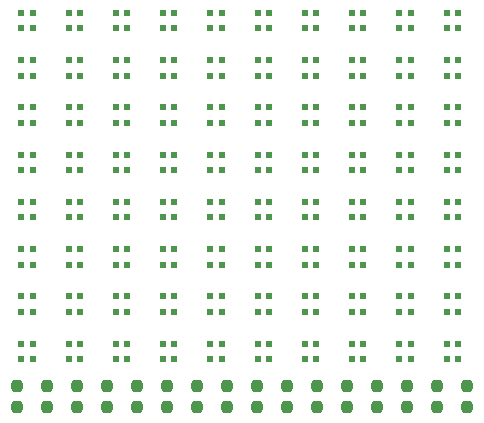
<source format=gbr>
%TF.GenerationSoftware,KiCad,Pcbnew,(6.0.10)*%
%TF.CreationDate,2023-01-20T23:09:19-08:00*%
%TF.ProjectId,pico8t,7069636f-3874-42e6-9b69-6361645f7063,rev?*%
%TF.SameCoordinates,Original*%
%TF.FileFunction,Paste,Top*%
%TF.FilePolarity,Positive*%
%FSLAX46Y46*%
G04 Gerber Fmt 4.6, Leading zero omitted, Abs format (unit mm)*
G04 Created by KiCad (PCBNEW (6.0.10)) date 2023-01-20 23:09:19*
%MOMM*%
%LPD*%
G01*
G04 APERTURE LIST*
G04 Aperture macros list*
%AMRoundRect*
0 Rectangle with rounded corners*
0 $1 Rounding radius*
0 $2 $3 $4 $5 $6 $7 $8 $9 X,Y pos of 4 corners*
0 Add a 4 corners polygon primitive as box body*
4,1,4,$2,$3,$4,$5,$6,$7,$8,$9,$2,$3,0*
0 Add four circle primitives for the rounded corners*
1,1,$1+$1,$2,$3*
1,1,$1+$1,$4,$5*
1,1,$1+$1,$6,$7*
1,1,$1+$1,$8,$9*
0 Add four rect primitives between the rounded corners*
20,1,$1+$1,$2,$3,$4,$5,0*
20,1,$1+$1,$4,$5,$6,$7,0*
20,1,$1+$1,$6,$7,$8,$9,0*
20,1,$1+$1,$8,$9,$2,$3,0*%
G04 Aperture macros list end*
%ADD10RoundRect,0.237500X-0.237500X0.250000X-0.237500X-0.250000X0.237500X-0.250000X0.237500X0.250000X0*%
%ADD11R,0.550000X0.500000*%
G04 APERTURE END LIST*
D10*
%TO.C,R7*%
X60960000Y-46077500D03*
X60960000Y-47902500D03*
%TD*%
%TO.C,R3*%
X50800000Y-46077500D03*
X50800000Y-47902500D03*
%TD*%
D11*
%TO.C,D42*%
X51535000Y-31830000D03*
X51535000Y-30530000D03*
X52485000Y-30530000D03*
X52485000Y-31830000D03*
%TD*%
%TO.C,D45*%
X63535000Y-31830000D03*
X63535000Y-30530000D03*
X64485000Y-30530000D03*
X64485000Y-31830000D03*
%TD*%
%TO.C,D51*%
X47535000Y-35830000D03*
X47535000Y-34530000D03*
X48485000Y-34530000D03*
X48485000Y-35830000D03*
%TD*%
D10*
%TO.C,R11*%
X71120000Y-46077500D03*
X71120000Y-47902500D03*
%TD*%
D11*
%TO.C,D76*%
X67535000Y-43830000D03*
X67535000Y-42530000D03*
X68485000Y-42530000D03*
X68485000Y-43830000D03*
%TD*%
%TO.C,D73*%
X55535000Y-43830000D03*
X55535000Y-42530000D03*
X56485000Y-42530000D03*
X56485000Y-43830000D03*
%TD*%
%TO.C,D61*%
X47535000Y-39830000D03*
X47535000Y-38530000D03*
X48485000Y-38530000D03*
X48485000Y-39830000D03*
%TD*%
%TO.C,D14*%
X59535000Y-19830000D03*
X59535000Y-18530000D03*
X60485000Y-18530000D03*
X60485000Y-19830000D03*
%TD*%
D10*
%TO.C,R6*%
X58420000Y-46077500D03*
X58420000Y-47902500D03*
%TD*%
D11*
%TO.C,D1*%
X47535000Y-15830000D03*
X47535000Y-14530000D03*
X48485000Y-14530000D03*
X48485000Y-15830000D03*
%TD*%
%TO.C,D24*%
X59535000Y-23830000D03*
X59535000Y-22530000D03*
X60485000Y-22530000D03*
X60485000Y-23830000D03*
%TD*%
%TO.C,D20*%
X43535000Y-23830000D03*
X43535000Y-22530000D03*
X44485000Y-22530000D03*
X44485000Y-23830000D03*
%TD*%
%TO.C,D33*%
X55535000Y-27830000D03*
X55535000Y-26530000D03*
X56485000Y-26530000D03*
X56485000Y-27830000D03*
%TD*%
%TO.C,D7*%
X71535000Y-15830000D03*
X71535000Y-14530000D03*
X72485000Y-14530000D03*
X72485000Y-15830000D03*
%TD*%
%TO.C,D59*%
X79535000Y-35830000D03*
X79535000Y-34530000D03*
X80485000Y-34530000D03*
X80485000Y-35830000D03*
%TD*%
%TO.C,D2*%
X51535000Y-15830000D03*
X51535000Y-14530000D03*
X52485000Y-14530000D03*
X52485000Y-15830000D03*
%TD*%
%TO.C,D5*%
X63535000Y-15830000D03*
X63535000Y-14530000D03*
X64485000Y-14530000D03*
X64485000Y-15830000D03*
%TD*%
%TO.C,D50*%
X43535000Y-35830000D03*
X43535000Y-34530000D03*
X44485000Y-34530000D03*
X44485000Y-35830000D03*
%TD*%
%TO.C,D9*%
X79535000Y-15830000D03*
X79535000Y-14530000D03*
X80485000Y-14530000D03*
X80485000Y-15830000D03*
%TD*%
%TO.C,D22*%
X51535000Y-23830000D03*
X51535000Y-22530000D03*
X52485000Y-22530000D03*
X52485000Y-23830000D03*
%TD*%
%TO.C,D28*%
X75535000Y-23830000D03*
X75535000Y-22530000D03*
X76485000Y-22530000D03*
X76485000Y-23830000D03*
%TD*%
%TO.C,D46*%
X67535000Y-31830000D03*
X67535000Y-30530000D03*
X68485000Y-30530000D03*
X68485000Y-31830000D03*
%TD*%
%TO.C,D17*%
X71535000Y-19830000D03*
X71535000Y-18530000D03*
X72485000Y-18530000D03*
X72485000Y-19830000D03*
%TD*%
%TO.C,D29*%
X79535000Y-23830000D03*
X79535000Y-22530000D03*
X80485000Y-22530000D03*
X80485000Y-23830000D03*
%TD*%
%TO.C,D18*%
X75535000Y-19830000D03*
X75535000Y-18530000D03*
X76485000Y-18530000D03*
X76485000Y-19830000D03*
%TD*%
%TO.C,D37*%
X71535000Y-27830000D03*
X71535000Y-26530000D03*
X72485000Y-26530000D03*
X72485000Y-27830000D03*
%TD*%
%TO.C,D56*%
X67535000Y-35830000D03*
X67535000Y-34530000D03*
X68485000Y-34530000D03*
X68485000Y-35830000D03*
%TD*%
%TO.C,D19*%
X79535000Y-19830000D03*
X79535000Y-18530000D03*
X80485000Y-18530000D03*
X80485000Y-19830000D03*
%TD*%
D10*
%TO.C,R4*%
X53340000Y-46077500D03*
X53340000Y-47902500D03*
%TD*%
D11*
%TO.C,D53*%
X55535000Y-35830000D03*
X55535000Y-34530000D03*
X56485000Y-34530000D03*
X56485000Y-35830000D03*
%TD*%
%TO.C,D47*%
X71535000Y-31830000D03*
X71535000Y-30530000D03*
X72485000Y-30530000D03*
X72485000Y-31830000D03*
%TD*%
%TO.C,D69*%
X79535000Y-39830000D03*
X79535000Y-38530000D03*
X80485000Y-38530000D03*
X80485000Y-39830000D03*
%TD*%
%TO.C,D67*%
X71535000Y-39830000D03*
X71535000Y-38530000D03*
X72485000Y-38530000D03*
X72485000Y-39830000D03*
%TD*%
%TO.C,D43*%
X55535000Y-31830000D03*
X55535000Y-30530000D03*
X56485000Y-30530000D03*
X56485000Y-31830000D03*
%TD*%
%TO.C,D68*%
X75535000Y-39830000D03*
X75535000Y-38530000D03*
X76485000Y-38530000D03*
X76485000Y-39830000D03*
%TD*%
%TO.C,D58*%
X75535000Y-35830000D03*
X75535000Y-34530000D03*
X76485000Y-34530000D03*
X76485000Y-35830000D03*
%TD*%
%TO.C,D64*%
X59535000Y-39830000D03*
X59535000Y-38530000D03*
X60485000Y-38530000D03*
X60485000Y-39830000D03*
%TD*%
%TO.C,D71*%
X47535000Y-43830000D03*
X47535000Y-42530000D03*
X48485000Y-42530000D03*
X48485000Y-43830000D03*
%TD*%
%TO.C,D0*%
X43535000Y-15830000D03*
X43535000Y-14530000D03*
X44485000Y-14530000D03*
X44485000Y-15830000D03*
%TD*%
%TO.C,D26*%
X67535000Y-23830000D03*
X67535000Y-22530000D03*
X68485000Y-22530000D03*
X68485000Y-23830000D03*
%TD*%
%TO.C,D4*%
X59535000Y-15830000D03*
X59535000Y-14530000D03*
X60485000Y-14530000D03*
X60485000Y-15830000D03*
%TD*%
%TO.C,D40*%
X43535000Y-31830000D03*
X43535000Y-30530000D03*
X44485000Y-30530000D03*
X44485000Y-31830000D03*
%TD*%
D10*
%TO.C,R12*%
X73660000Y-46077500D03*
X73660000Y-47902500D03*
%TD*%
D11*
%TO.C,D60*%
X43535000Y-39830000D03*
X43535000Y-38530000D03*
X44485000Y-38530000D03*
X44485000Y-39830000D03*
%TD*%
%TO.C,D31*%
X47535000Y-27830000D03*
X47535000Y-26530000D03*
X48485000Y-26530000D03*
X48485000Y-27830000D03*
%TD*%
%TO.C,D36*%
X67535000Y-27830000D03*
X67535000Y-26530000D03*
X68485000Y-26530000D03*
X68485000Y-27830000D03*
%TD*%
%TO.C,D52*%
X51535000Y-35830000D03*
X51535000Y-34530000D03*
X52485000Y-34530000D03*
X52485000Y-35830000D03*
%TD*%
D10*
%TO.C,R0*%
X43180000Y-46077500D03*
X43180000Y-47902500D03*
%TD*%
D11*
%TO.C,D39*%
X79535000Y-27830000D03*
X79535000Y-26530000D03*
X80485000Y-26530000D03*
X80485000Y-27830000D03*
%TD*%
%TO.C,D49*%
X79535000Y-31830000D03*
X79535000Y-30530000D03*
X80485000Y-30530000D03*
X80485000Y-31830000D03*
%TD*%
%TO.C,D38*%
X75535000Y-27830000D03*
X75535000Y-26530000D03*
X76485000Y-26530000D03*
X76485000Y-27830000D03*
%TD*%
D10*
%TO.C,R15*%
X81280000Y-46077500D03*
X81280000Y-47902500D03*
%TD*%
D11*
%TO.C,D62*%
X51535000Y-39830000D03*
X51535000Y-38530000D03*
X52485000Y-38530000D03*
X52485000Y-39830000D03*
%TD*%
D10*
%TO.C,R8*%
X63500000Y-46077500D03*
X63500000Y-47902500D03*
%TD*%
D11*
%TO.C,D8*%
X75535000Y-15830000D03*
X75535000Y-14530000D03*
X76485000Y-14530000D03*
X76485000Y-15830000D03*
%TD*%
%TO.C,D34*%
X59535000Y-27830000D03*
X59535000Y-26530000D03*
X60485000Y-26530000D03*
X60485000Y-27830000D03*
%TD*%
D10*
%TO.C,R2*%
X48260000Y-46077500D03*
X48260000Y-47902500D03*
%TD*%
D11*
%TO.C,D55*%
X63535000Y-35830000D03*
X63535000Y-34530000D03*
X64485000Y-34530000D03*
X64485000Y-35830000D03*
%TD*%
%TO.C,D75*%
X63535000Y-43830000D03*
X63535000Y-42530000D03*
X64485000Y-42530000D03*
X64485000Y-43830000D03*
%TD*%
%TO.C,D74*%
X59535000Y-43830000D03*
X59535000Y-42530000D03*
X60485000Y-42530000D03*
X60485000Y-43830000D03*
%TD*%
%TO.C,D70*%
X43535000Y-43830000D03*
X43535000Y-42530000D03*
X44485000Y-42530000D03*
X44485000Y-43830000D03*
%TD*%
%TO.C,D54*%
X59535000Y-35830000D03*
X59535000Y-34530000D03*
X60485000Y-34530000D03*
X60485000Y-35830000D03*
%TD*%
%TO.C,D25*%
X63535000Y-23830000D03*
X63535000Y-22530000D03*
X64485000Y-22530000D03*
X64485000Y-23830000D03*
%TD*%
%TO.C,D66*%
X67535000Y-39830000D03*
X67535000Y-38530000D03*
X68485000Y-38530000D03*
X68485000Y-39830000D03*
%TD*%
%TO.C,D12*%
X51535000Y-19830000D03*
X51535000Y-18530000D03*
X52485000Y-18530000D03*
X52485000Y-19830000D03*
%TD*%
D10*
%TO.C,R10*%
X68580000Y-46077500D03*
X68580000Y-47902500D03*
%TD*%
D11*
%TO.C,D13*%
X55535000Y-19830000D03*
X55535000Y-18530000D03*
X56485000Y-18530000D03*
X56485000Y-19830000D03*
%TD*%
%TO.C,D48*%
X75535000Y-31830000D03*
X75535000Y-30530000D03*
X76485000Y-30530000D03*
X76485000Y-31830000D03*
%TD*%
%TO.C,D63*%
X55535000Y-39830000D03*
X55535000Y-38530000D03*
X56485000Y-38530000D03*
X56485000Y-39830000D03*
%TD*%
D10*
%TO.C,R1*%
X45720000Y-46077500D03*
X45720000Y-47902500D03*
%TD*%
D11*
%TO.C,D44*%
X59535000Y-31830000D03*
X59535000Y-30530000D03*
X60485000Y-30530000D03*
X60485000Y-31830000D03*
%TD*%
%TO.C,D16*%
X67535000Y-19830000D03*
X67535000Y-18530000D03*
X68485000Y-18530000D03*
X68485000Y-19830000D03*
%TD*%
%TO.C,D6*%
X67535000Y-15830000D03*
X67535000Y-14530000D03*
X68485000Y-14530000D03*
X68485000Y-15830000D03*
%TD*%
%TO.C,D10*%
X43535000Y-19830000D03*
X43535000Y-18530000D03*
X44485000Y-18530000D03*
X44485000Y-19830000D03*
%TD*%
%TO.C,D79*%
X79535000Y-43830000D03*
X79535000Y-42530000D03*
X80485000Y-42530000D03*
X80485000Y-43830000D03*
%TD*%
%TO.C,D65*%
X63535000Y-39830000D03*
X63535000Y-38530000D03*
X64485000Y-38530000D03*
X64485000Y-39830000D03*
%TD*%
%TO.C,D57*%
X71535000Y-35830000D03*
X71535000Y-34530000D03*
X72485000Y-34530000D03*
X72485000Y-35830000D03*
%TD*%
%TO.C,D78*%
X75535000Y-43830000D03*
X75535000Y-42530000D03*
X76485000Y-42530000D03*
X76485000Y-43830000D03*
%TD*%
%TO.C,D32*%
X51535000Y-27830000D03*
X51535000Y-26530000D03*
X52485000Y-26530000D03*
X52485000Y-27830000D03*
%TD*%
%TO.C,D27*%
X71535000Y-23830000D03*
X71535000Y-22530000D03*
X72485000Y-22530000D03*
X72485000Y-23830000D03*
%TD*%
%TO.C,D15*%
X63535000Y-19830000D03*
X63535000Y-18530000D03*
X64485000Y-18530000D03*
X64485000Y-19830000D03*
%TD*%
D10*
%TO.C,R5*%
X55880000Y-46077500D03*
X55880000Y-47902500D03*
%TD*%
D11*
%TO.C,D30*%
X43535000Y-27830000D03*
X43535000Y-26530000D03*
X44485000Y-26530000D03*
X44485000Y-27830000D03*
%TD*%
%TO.C,D41*%
X47535000Y-31830000D03*
X47535000Y-30530000D03*
X48485000Y-30530000D03*
X48485000Y-31830000D03*
%TD*%
%TO.C,D35*%
X63535000Y-27830000D03*
X63535000Y-26530000D03*
X64485000Y-26530000D03*
X64485000Y-27830000D03*
%TD*%
%TO.C,D3*%
X55535000Y-15830000D03*
X55535000Y-14530000D03*
X56485000Y-14530000D03*
X56485000Y-15830000D03*
%TD*%
%TO.C,D21*%
X47535000Y-23830000D03*
X47535000Y-22530000D03*
X48485000Y-22530000D03*
X48485000Y-23830000D03*
%TD*%
%TO.C,D23*%
X55535000Y-23830000D03*
X55535000Y-22530000D03*
X56485000Y-22530000D03*
X56485000Y-23830000D03*
%TD*%
%TO.C,D77*%
X71535000Y-43830000D03*
X71535000Y-42530000D03*
X72485000Y-42530000D03*
X72485000Y-43830000D03*
%TD*%
D10*
%TO.C,R13*%
X76200000Y-46077500D03*
X76200000Y-47902500D03*
%TD*%
D11*
%TO.C,D11*%
X47535000Y-19830000D03*
X47535000Y-18530000D03*
X48485000Y-18530000D03*
X48485000Y-19830000D03*
%TD*%
D10*
%TO.C,R14*%
X78740000Y-46077500D03*
X78740000Y-47902500D03*
%TD*%
%TO.C,R9*%
X66040000Y-46077500D03*
X66040000Y-47902500D03*
%TD*%
D11*
%TO.C,D72*%
X51535000Y-43830000D03*
X51535000Y-42530000D03*
X52485000Y-42530000D03*
X52485000Y-43830000D03*
%TD*%
M02*

</source>
